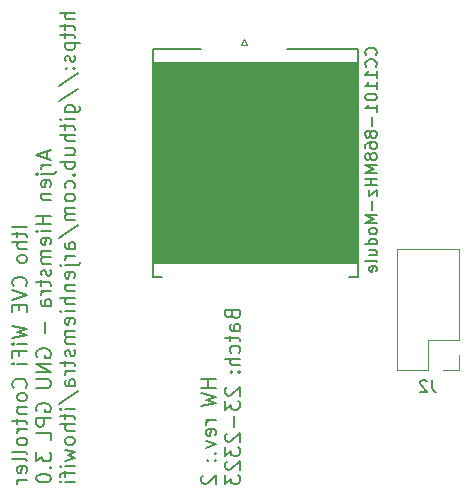
<source format=gbo>
G04 #@! TF.GenerationSoftware,KiCad,Pcbnew,(7.0.0-0)*
G04 #@! TF.CreationDate,2023-06-06T22:29:37+02:00*
G04 #@! TF.ProjectId,ithowifi_4l,6974686f-7769-4666-995f-346c2e6b6963,rev?*
G04 #@! TF.SameCoordinates,Original*
G04 #@! TF.FileFunction,Legend,Bot*
G04 #@! TF.FilePolarity,Positive*
%FSLAX46Y46*%
G04 Gerber Fmt 4.6, Leading zero omitted, Abs format (unit mm)*
G04 Created by KiCad (PCBNEW (7.0.0-0)) date 2023-06-06 22:29:37*
%MOMM*%
%LPD*%
G01*
G04 APERTURE LIST*
%ADD10C,0.100000*%
%ADD11C,0.200000*%
%ADD12C,0.150000*%
%ADD13C,0.120000*%
G04 APERTURE END LIST*
D10*
G36*
X114808000Y-129997200D02*
G01*
X97561400Y-129997200D01*
X97536000Y-113030000D01*
X114808000Y-113030000D01*
X114808000Y-129997200D01*
G37*
X114808000Y-129997200D02*
X97561400Y-129997200D01*
X97536000Y-113030000D01*
X114808000Y-113030000D01*
X114808000Y-129997200D01*
D11*
X86831236Y-126961869D02*
X85585236Y-126961869D01*
X86000570Y-127377202D02*
X86000570Y-127851869D01*
X85585236Y-127555202D02*
X86653236Y-127555202D01*
X86653236Y-127555202D02*
X86771903Y-127614536D01*
X86771903Y-127614536D02*
X86831236Y-127733202D01*
X86831236Y-127733202D02*
X86831236Y-127851869D01*
X86831236Y-128267202D02*
X85585236Y-128267202D01*
X86831236Y-128801202D02*
X86178570Y-128801202D01*
X86178570Y-128801202D02*
X86059903Y-128741869D01*
X86059903Y-128741869D02*
X86000570Y-128623202D01*
X86000570Y-128623202D02*
X86000570Y-128445202D01*
X86000570Y-128445202D02*
X86059903Y-128326536D01*
X86059903Y-128326536D02*
X86119236Y-128267202D01*
X86831236Y-129572535D02*
X86771903Y-129453869D01*
X86771903Y-129453869D02*
X86712570Y-129394535D01*
X86712570Y-129394535D02*
X86593903Y-129335202D01*
X86593903Y-129335202D02*
X86237903Y-129335202D01*
X86237903Y-129335202D02*
X86119236Y-129394535D01*
X86119236Y-129394535D02*
X86059903Y-129453869D01*
X86059903Y-129453869D02*
X86000570Y-129572535D01*
X86000570Y-129572535D02*
X86000570Y-129750535D01*
X86000570Y-129750535D02*
X86059903Y-129869202D01*
X86059903Y-129869202D02*
X86119236Y-129928535D01*
X86119236Y-129928535D02*
X86237903Y-129987869D01*
X86237903Y-129987869D02*
X86593903Y-129987869D01*
X86593903Y-129987869D02*
X86712570Y-129928535D01*
X86712570Y-129928535D02*
X86771903Y-129869202D01*
X86771903Y-129869202D02*
X86831236Y-129750535D01*
X86831236Y-129750535D02*
X86831236Y-129572535D01*
X86712570Y-131981468D02*
X86771903Y-131922135D01*
X86771903Y-131922135D02*
X86831236Y-131744135D01*
X86831236Y-131744135D02*
X86831236Y-131625468D01*
X86831236Y-131625468D02*
X86771903Y-131447468D01*
X86771903Y-131447468D02*
X86653236Y-131328802D01*
X86653236Y-131328802D02*
X86534570Y-131269468D01*
X86534570Y-131269468D02*
X86297236Y-131210135D01*
X86297236Y-131210135D02*
X86119236Y-131210135D01*
X86119236Y-131210135D02*
X85881903Y-131269468D01*
X85881903Y-131269468D02*
X85763236Y-131328802D01*
X85763236Y-131328802D02*
X85644570Y-131447468D01*
X85644570Y-131447468D02*
X85585236Y-131625468D01*
X85585236Y-131625468D02*
X85585236Y-131744135D01*
X85585236Y-131744135D02*
X85644570Y-131922135D01*
X85644570Y-131922135D02*
X85703903Y-131981468D01*
X85585236Y-132337468D02*
X86831236Y-132752802D01*
X86831236Y-132752802D02*
X85585236Y-133168135D01*
X86178570Y-133583468D02*
X86178570Y-133998802D01*
X86831236Y-134176802D02*
X86831236Y-133583468D01*
X86831236Y-133583468D02*
X85585236Y-133583468D01*
X85585236Y-133583468D02*
X85585236Y-134176802D01*
X85585236Y-135339735D02*
X86831236Y-135636401D01*
X86831236Y-135636401D02*
X85941236Y-135873735D01*
X85941236Y-135873735D02*
X86831236Y-136111068D01*
X86831236Y-136111068D02*
X85585236Y-136407735D01*
X86831236Y-136882401D02*
X86000570Y-136882401D01*
X85585236Y-136882401D02*
X85644570Y-136823068D01*
X85644570Y-136823068D02*
X85703903Y-136882401D01*
X85703903Y-136882401D02*
X85644570Y-136941735D01*
X85644570Y-136941735D02*
X85585236Y-136882401D01*
X85585236Y-136882401D02*
X85703903Y-136882401D01*
X86178570Y-137891068D02*
X86178570Y-137475734D01*
X86831236Y-137475734D02*
X85585236Y-137475734D01*
X85585236Y-137475734D02*
X85585236Y-138069068D01*
X86831236Y-138543734D02*
X86000570Y-138543734D01*
X85585236Y-138543734D02*
X85644570Y-138484401D01*
X85644570Y-138484401D02*
X85703903Y-138543734D01*
X85703903Y-138543734D02*
X85644570Y-138603068D01*
X85644570Y-138603068D02*
X85585236Y-138543734D01*
X85585236Y-138543734D02*
X85703903Y-138543734D01*
X86712570Y-140596667D02*
X86771903Y-140537334D01*
X86771903Y-140537334D02*
X86831236Y-140359334D01*
X86831236Y-140359334D02*
X86831236Y-140240667D01*
X86831236Y-140240667D02*
X86771903Y-140062667D01*
X86771903Y-140062667D02*
X86653236Y-139944001D01*
X86653236Y-139944001D02*
X86534570Y-139884667D01*
X86534570Y-139884667D02*
X86297236Y-139825334D01*
X86297236Y-139825334D02*
X86119236Y-139825334D01*
X86119236Y-139825334D02*
X85881903Y-139884667D01*
X85881903Y-139884667D02*
X85763236Y-139944001D01*
X85763236Y-139944001D02*
X85644570Y-140062667D01*
X85644570Y-140062667D02*
X85585236Y-140240667D01*
X85585236Y-140240667D02*
X85585236Y-140359334D01*
X85585236Y-140359334D02*
X85644570Y-140537334D01*
X85644570Y-140537334D02*
X85703903Y-140596667D01*
X86831236Y-141308667D02*
X86771903Y-141190001D01*
X86771903Y-141190001D02*
X86712570Y-141130667D01*
X86712570Y-141130667D02*
X86593903Y-141071334D01*
X86593903Y-141071334D02*
X86237903Y-141071334D01*
X86237903Y-141071334D02*
X86119236Y-141130667D01*
X86119236Y-141130667D02*
X86059903Y-141190001D01*
X86059903Y-141190001D02*
X86000570Y-141308667D01*
X86000570Y-141308667D02*
X86000570Y-141486667D01*
X86000570Y-141486667D02*
X86059903Y-141605334D01*
X86059903Y-141605334D02*
X86119236Y-141664667D01*
X86119236Y-141664667D02*
X86237903Y-141724001D01*
X86237903Y-141724001D02*
X86593903Y-141724001D01*
X86593903Y-141724001D02*
X86712570Y-141664667D01*
X86712570Y-141664667D02*
X86771903Y-141605334D01*
X86771903Y-141605334D02*
X86831236Y-141486667D01*
X86831236Y-141486667D02*
X86831236Y-141308667D01*
X86000570Y-142258000D02*
X86831236Y-142258000D01*
X86119236Y-142258000D02*
X86059903Y-142317334D01*
X86059903Y-142317334D02*
X86000570Y-142436000D01*
X86000570Y-142436000D02*
X86000570Y-142614000D01*
X86000570Y-142614000D02*
X86059903Y-142732667D01*
X86059903Y-142732667D02*
X86178570Y-142792000D01*
X86178570Y-142792000D02*
X86831236Y-142792000D01*
X86000570Y-143207333D02*
X86000570Y-143682000D01*
X85585236Y-143385333D02*
X86653236Y-143385333D01*
X86653236Y-143385333D02*
X86771903Y-143444667D01*
X86771903Y-143444667D02*
X86831236Y-143563333D01*
X86831236Y-143563333D02*
X86831236Y-143682000D01*
X86831236Y-144097333D02*
X86000570Y-144097333D01*
X86237903Y-144097333D02*
X86119236Y-144156667D01*
X86119236Y-144156667D02*
X86059903Y-144216000D01*
X86059903Y-144216000D02*
X86000570Y-144334667D01*
X86000570Y-144334667D02*
X86000570Y-144453333D01*
X86831236Y-145046666D02*
X86771903Y-144928000D01*
X86771903Y-144928000D02*
X86712570Y-144868666D01*
X86712570Y-144868666D02*
X86593903Y-144809333D01*
X86593903Y-144809333D02*
X86237903Y-144809333D01*
X86237903Y-144809333D02*
X86119236Y-144868666D01*
X86119236Y-144868666D02*
X86059903Y-144928000D01*
X86059903Y-144928000D02*
X86000570Y-145046666D01*
X86000570Y-145046666D02*
X86000570Y-145224666D01*
X86000570Y-145224666D02*
X86059903Y-145343333D01*
X86059903Y-145343333D02*
X86119236Y-145402666D01*
X86119236Y-145402666D02*
X86237903Y-145462000D01*
X86237903Y-145462000D02*
X86593903Y-145462000D01*
X86593903Y-145462000D02*
X86712570Y-145402666D01*
X86712570Y-145402666D02*
X86771903Y-145343333D01*
X86771903Y-145343333D02*
X86831236Y-145224666D01*
X86831236Y-145224666D02*
X86831236Y-145046666D01*
X86831236Y-146173999D02*
X86771903Y-146055333D01*
X86771903Y-146055333D02*
X86653236Y-145995999D01*
X86653236Y-145995999D02*
X85585236Y-145995999D01*
X86831236Y-146826666D02*
X86771903Y-146708000D01*
X86771903Y-146708000D02*
X86653236Y-146648666D01*
X86653236Y-146648666D02*
X85585236Y-146648666D01*
X86771903Y-147776000D02*
X86831236Y-147657333D01*
X86831236Y-147657333D02*
X86831236Y-147420000D01*
X86831236Y-147420000D02*
X86771903Y-147301333D01*
X86771903Y-147301333D02*
X86653236Y-147242000D01*
X86653236Y-147242000D02*
X86178570Y-147242000D01*
X86178570Y-147242000D02*
X86059903Y-147301333D01*
X86059903Y-147301333D02*
X86000570Y-147420000D01*
X86000570Y-147420000D02*
X86000570Y-147657333D01*
X86000570Y-147657333D02*
X86059903Y-147776000D01*
X86059903Y-147776000D02*
X86178570Y-147835333D01*
X86178570Y-147835333D02*
X86297236Y-147835333D01*
X86297236Y-147835333D02*
X86415903Y-147242000D01*
X86831236Y-148369333D02*
X86000570Y-148369333D01*
X86237903Y-148369333D02*
X86119236Y-148428667D01*
X86119236Y-148428667D02*
X86059903Y-148488000D01*
X86059903Y-148488000D02*
X86000570Y-148606667D01*
X86000570Y-148606667D02*
X86000570Y-148725333D01*
X88493756Y-120601335D02*
X88493756Y-121194668D01*
X88849756Y-120482668D02*
X87603756Y-120898002D01*
X87603756Y-120898002D02*
X88849756Y-121313335D01*
X88849756Y-121728668D02*
X88019090Y-121728668D01*
X88256423Y-121728668D02*
X88137756Y-121788002D01*
X88137756Y-121788002D02*
X88078423Y-121847335D01*
X88078423Y-121847335D02*
X88019090Y-121966002D01*
X88019090Y-121966002D02*
X88019090Y-122084668D01*
X88019090Y-122500001D02*
X89087090Y-122500001D01*
X89087090Y-122500001D02*
X89205756Y-122440668D01*
X89205756Y-122440668D02*
X89265090Y-122322001D01*
X89265090Y-122322001D02*
X89265090Y-122262668D01*
X87603756Y-122500001D02*
X87663090Y-122440668D01*
X87663090Y-122440668D02*
X87722423Y-122500001D01*
X87722423Y-122500001D02*
X87663090Y-122559335D01*
X87663090Y-122559335D02*
X87603756Y-122500001D01*
X87603756Y-122500001D02*
X87722423Y-122500001D01*
X88790423Y-123568001D02*
X88849756Y-123449334D01*
X88849756Y-123449334D02*
X88849756Y-123212001D01*
X88849756Y-123212001D02*
X88790423Y-123093334D01*
X88790423Y-123093334D02*
X88671756Y-123034001D01*
X88671756Y-123034001D02*
X88197090Y-123034001D01*
X88197090Y-123034001D02*
X88078423Y-123093334D01*
X88078423Y-123093334D02*
X88019090Y-123212001D01*
X88019090Y-123212001D02*
X88019090Y-123449334D01*
X88019090Y-123449334D02*
X88078423Y-123568001D01*
X88078423Y-123568001D02*
X88197090Y-123627334D01*
X88197090Y-123627334D02*
X88315756Y-123627334D01*
X88315756Y-123627334D02*
X88434423Y-123034001D01*
X88019090Y-124161334D02*
X88849756Y-124161334D01*
X88137756Y-124161334D02*
X88078423Y-124220668D01*
X88078423Y-124220668D02*
X88019090Y-124339334D01*
X88019090Y-124339334D02*
X88019090Y-124517334D01*
X88019090Y-124517334D02*
X88078423Y-124636001D01*
X88078423Y-124636001D02*
X88197090Y-124695334D01*
X88197090Y-124695334D02*
X88849756Y-124695334D01*
X88849756Y-126036267D02*
X87603756Y-126036267D01*
X88197090Y-126036267D02*
X88197090Y-126748267D01*
X88849756Y-126748267D02*
X87603756Y-126748267D01*
X88849756Y-127341600D02*
X88019090Y-127341600D01*
X87603756Y-127341600D02*
X87663090Y-127282267D01*
X87663090Y-127282267D02*
X87722423Y-127341600D01*
X87722423Y-127341600D02*
X87663090Y-127400934D01*
X87663090Y-127400934D02*
X87603756Y-127341600D01*
X87603756Y-127341600D02*
X87722423Y-127341600D01*
X88790423Y-128409600D02*
X88849756Y-128290933D01*
X88849756Y-128290933D02*
X88849756Y-128053600D01*
X88849756Y-128053600D02*
X88790423Y-127934933D01*
X88790423Y-127934933D02*
X88671756Y-127875600D01*
X88671756Y-127875600D02*
X88197090Y-127875600D01*
X88197090Y-127875600D02*
X88078423Y-127934933D01*
X88078423Y-127934933D02*
X88019090Y-128053600D01*
X88019090Y-128053600D02*
X88019090Y-128290933D01*
X88019090Y-128290933D02*
X88078423Y-128409600D01*
X88078423Y-128409600D02*
X88197090Y-128468933D01*
X88197090Y-128468933D02*
X88315756Y-128468933D01*
X88315756Y-128468933D02*
X88434423Y-127875600D01*
X88849756Y-129002933D02*
X88019090Y-129002933D01*
X88137756Y-129002933D02*
X88078423Y-129062267D01*
X88078423Y-129062267D02*
X88019090Y-129180933D01*
X88019090Y-129180933D02*
X88019090Y-129358933D01*
X88019090Y-129358933D02*
X88078423Y-129477600D01*
X88078423Y-129477600D02*
X88197090Y-129536933D01*
X88197090Y-129536933D02*
X88849756Y-129536933D01*
X88197090Y-129536933D02*
X88078423Y-129596267D01*
X88078423Y-129596267D02*
X88019090Y-129714933D01*
X88019090Y-129714933D02*
X88019090Y-129892933D01*
X88019090Y-129892933D02*
X88078423Y-130011600D01*
X88078423Y-130011600D02*
X88197090Y-130070933D01*
X88197090Y-130070933D02*
X88849756Y-130070933D01*
X88790423Y-130604933D02*
X88849756Y-130723600D01*
X88849756Y-130723600D02*
X88849756Y-130960933D01*
X88849756Y-130960933D02*
X88790423Y-131079600D01*
X88790423Y-131079600D02*
X88671756Y-131138933D01*
X88671756Y-131138933D02*
X88612423Y-131138933D01*
X88612423Y-131138933D02*
X88493756Y-131079600D01*
X88493756Y-131079600D02*
X88434423Y-130960933D01*
X88434423Y-130960933D02*
X88434423Y-130782933D01*
X88434423Y-130782933D02*
X88375090Y-130664266D01*
X88375090Y-130664266D02*
X88256423Y-130604933D01*
X88256423Y-130604933D02*
X88197090Y-130604933D01*
X88197090Y-130604933D02*
X88078423Y-130664266D01*
X88078423Y-130664266D02*
X88019090Y-130782933D01*
X88019090Y-130782933D02*
X88019090Y-130960933D01*
X88019090Y-130960933D02*
X88078423Y-131079600D01*
X88019090Y-131494933D02*
X88019090Y-131969600D01*
X87603756Y-131672933D02*
X88671756Y-131672933D01*
X88671756Y-131672933D02*
X88790423Y-131732267D01*
X88790423Y-131732267D02*
X88849756Y-131850933D01*
X88849756Y-131850933D02*
X88849756Y-131969600D01*
X88849756Y-132384933D02*
X88019090Y-132384933D01*
X88256423Y-132384933D02*
X88137756Y-132444267D01*
X88137756Y-132444267D02*
X88078423Y-132503600D01*
X88078423Y-132503600D02*
X88019090Y-132622267D01*
X88019090Y-132622267D02*
X88019090Y-132740933D01*
X88849756Y-133690266D02*
X88197090Y-133690266D01*
X88197090Y-133690266D02*
X88078423Y-133630933D01*
X88078423Y-133630933D02*
X88019090Y-133512266D01*
X88019090Y-133512266D02*
X88019090Y-133274933D01*
X88019090Y-133274933D02*
X88078423Y-133156266D01*
X88790423Y-133690266D02*
X88849756Y-133571600D01*
X88849756Y-133571600D02*
X88849756Y-133274933D01*
X88849756Y-133274933D02*
X88790423Y-133156266D01*
X88790423Y-133156266D02*
X88671756Y-133096933D01*
X88671756Y-133096933D02*
X88553090Y-133096933D01*
X88553090Y-133096933D02*
X88434423Y-133156266D01*
X88434423Y-133156266D02*
X88375090Y-133274933D01*
X88375090Y-133274933D02*
X88375090Y-133571600D01*
X88375090Y-133571600D02*
X88315756Y-133690266D01*
X88375090Y-135031199D02*
X88375090Y-135980533D01*
X87663090Y-137974133D02*
X87603756Y-137855466D01*
X87603756Y-137855466D02*
X87603756Y-137677466D01*
X87603756Y-137677466D02*
X87663090Y-137499466D01*
X87663090Y-137499466D02*
X87781756Y-137380800D01*
X87781756Y-137380800D02*
X87900423Y-137321466D01*
X87900423Y-137321466D02*
X88137756Y-137262133D01*
X88137756Y-137262133D02*
X88315756Y-137262133D01*
X88315756Y-137262133D02*
X88553090Y-137321466D01*
X88553090Y-137321466D02*
X88671756Y-137380800D01*
X88671756Y-137380800D02*
X88790423Y-137499466D01*
X88790423Y-137499466D02*
X88849756Y-137677466D01*
X88849756Y-137677466D02*
X88849756Y-137796133D01*
X88849756Y-137796133D02*
X88790423Y-137974133D01*
X88790423Y-137974133D02*
X88731090Y-138033466D01*
X88731090Y-138033466D02*
X88315756Y-138033466D01*
X88315756Y-138033466D02*
X88315756Y-137796133D01*
X88849756Y-138567466D02*
X87603756Y-138567466D01*
X87603756Y-138567466D02*
X88849756Y-139279466D01*
X88849756Y-139279466D02*
X87603756Y-139279466D01*
X87603756Y-139872799D02*
X88612423Y-139872799D01*
X88612423Y-139872799D02*
X88731090Y-139932133D01*
X88731090Y-139932133D02*
X88790423Y-139991466D01*
X88790423Y-139991466D02*
X88849756Y-140110133D01*
X88849756Y-140110133D02*
X88849756Y-140347466D01*
X88849756Y-140347466D02*
X88790423Y-140466133D01*
X88790423Y-140466133D02*
X88731090Y-140525466D01*
X88731090Y-140525466D02*
X88612423Y-140584799D01*
X88612423Y-140584799D02*
X87603756Y-140584799D01*
X87663090Y-142578399D02*
X87603756Y-142459732D01*
X87603756Y-142459732D02*
X87603756Y-142281732D01*
X87603756Y-142281732D02*
X87663090Y-142103732D01*
X87663090Y-142103732D02*
X87781756Y-141985066D01*
X87781756Y-141985066D02*
X87900423Y-141925732D01*
X87900423Y-141925732D02*
X88137756Y-141866399D01*
X88137756Y-141866399D02*
X88315756Y-141866399D01*
X88315756Y-141866399D02*
X88553090Y-141925732D01*
X88553090Y-141925732D02*
X88671756Y-141985066D01*
X88671756Y-141985066D02*
X88790423Y-142103732D01*
X88790423Y-142103732D02*
X88849756Y-142281732D01*
X88849756Y-142281732D02*
X88849756Y-142400399D01*
X88849756Y-142400399D02*
X88790423Y-142578399D01*
X88790423Y-142578399D02*
X88731090Y-142637732D01*
X88731090Y-142637732D02*
X88315756Y-142637732D01*
X88315756Y-142637732D02*
X88315756Y-142400399D01*
X88849756Y-143171732D02*
X87603756Y-143171732D01*
X87603756Y-143171732D02*
X87603756Y-143646399D01*
X87603756Y-143646399D02*
X87663090Y-143765066D01*
X87663090Y-143765066D02*
X87722423Y-143824399D01*
X87722423Y-143824399D02*
X87841090Y-143883732D01*
X87841090Y-143883732D02*
X88019090Y-143883732D01*
X88019090Y-143883732D02*
X88137756Y-143824399D01*
X88137756Y-143824399D02*
X88197090Y-143765066D01*
X88197090Y-143765066D02*
X88256423Y-143646399D01*
X88256423Y-143646399D02*
X88256423Y-143171732D01*
X88849756Y-145011066D02*
X88849756Y-144417732D01*
X88849756Y-144417732D02*
X87603756Y-144417732D01*
X87603756Y-146055333D02*
X87603756Y-146826666D01*
X87603756Y-146826666D02*
X88078423Y-146411333D01*
X88078423Y-146411333D02*
X88078423Y-146589333D01*
X88078423Y-146589333D02*
X88137756Y-146707999D01*
X88137756Y-146707999D02*
X88197090Y-146767333D01*
X88197090Y-146767333D02*
X88315756Y-146826666D01*
X88315756Y-146826666D02*
X88612423Y-146826666D01*
X88612423Y-146826666D02*
X88731090Y-146767333D01*
X88731090Y-146767333D02*
X88790423Y-146707999D01*
X88790423Y-146707999D02*
X88849756Y-146589333D01*
X88849756Y-146589333D02*
X88849756Y-146233333D01*
X88849756Y-146233333D02*
X88790423Y-146114666D01*
X88790423Y-146114666D02*
X88731090Y-146055333D01*
X88731090Y-147360666D02*
X88790423Y-147420000D01*
X88790423Y-147420000D02*
X88849756Y-147360666D01*
X88849756Y-147360666D02*
X88790423Y-147301333D01*
X88790423Y-147301333D02*
X88731090Y-147360666D01*
X88731090Y-147360666D02*
X88849756Y-147360666D01*
X87603756Y-148191333D02*
X87603756Y-148309999D01*
X87603756Y-148309999D02*
X87663090Y-148428666D01*
X87663090Y-148428666D02*
X87722423Y-148487999D01*
X87722423Y-148487999D02*
X87841090Y-148547333D01*
X87841090Y-148547333D02*
X88078423Y-148606666D01*
X88078423Y-148606666D02*
X88375090Y-148606666D01*
X88375090Y-148606666D02*
X88612423Y-148547333D01*
X88612423Y-148547333D02*
X88731090Y-148487999D01*
X88731090Y-148487999D02*
X88790423Y-148428666D01*
X88790423Y-148428666D02*
X88849756Y-148309999D01*
X88849756Y-148309999D02*
X88849756Y-148191333D01*
X88849756Y-148191333D02*
X88790423Y-148072666D01*
X88790423Y-148072666D02*
X88731090Y-148013333D01*
X88731090Y-148013333D02*
X88612423Y-147953999D01*
X88612423Y-147953999D02*
X88375090Y-147894666D01*
X88375090Y-147894666D02*
X88078423Y-147894666D01*
X88078423Y-147894666D02*
X87841090Y-147953999D01*
X87841090Y-147953999D02*
X87722423Y-148013333D01*
X87722423Y-148013333D02*
X87663090Y-148072666D01*
X87663090Y-148072666D02*
X87603756Y-148191333D01*
X90868276Y-108853342D02*
X89622276Y-108853342D01*
X90868276Y-109387342D02*
X90215610Y-109387342D01*
X90215610Y-109387342D02*
X90096943Y-109328009D01*
X90096943Y-109328009D02*
X90037610Y-109209342D01*
X90037610Y-109209342D02*
X90037610Y-109031342D01*
X90037610Y-109031342D02*
X90096943Y-108912676D01*
X90096943Y-108912676D02*
X90156276Y-108853342D01*
X90037610Y-109802675D02*
X90037610Y-110277342D01*
X89622276Y-109980675D02*
X90690276Y-109980675D01*
X90690276Y-109980675D02*
X90808943Y-110040009D01*
X90808943Y-110040009D02*
X90868276Y-110158675D01*
X90868276Y-110158675D02*
X90868276Y-110277342D01*
X90037610Y-110514675D02*
X90037610Y-110989342D01*
X89622276Y-110692675D02*
X90690276Y-110692675D01*
X90690276Y-110692675D02*
X90808943Y-110752009D01*
X90808943Y-110752009D02*
X90868276Y-110870675D01*
X90868276Y-110870675D02*
X90868276Y-110989342D01*
X90037610Y-111404675D02*
X91283610Y-111404675D01*
X90096943Y-111404675D02*
X90037610Y-111523342D01*
X90037610Y-111523342D02*
X90037610Y-111760675D01*
X90037610Y-111760675D02*
X90096943Y-111879342D01*
X90096943Y-111879342D02*
X90156276Y-111938675D01*
X90156276Y-111938675D02*
X90274943Y-111998009D01*
X90274943Y-111998009D02*
X90630943Y-111998009D01*
X90630943Y-111998009D02*
X90749610Y-111938675D01*
X90749610Y-111938675D02*
X90808943Y-111879342D01*
X90808943Y-111879342D02*
X90868276Y-111760675D01*
X90868276Y-111760675D02*
X90868276Y-111523342D01*
X90868276Y-111523342D02*
X90808943Y-111404675D01*
X90808943Y-112472675D02*
X90868276Y-112591342D01*
X90868276Y-112591342D02*
X90868276Y-112828675D01*
X90868276Y-112828675D02*
X90808943Y-112947342D01*
X90808943Y-112947342D02*
X90690276Y-113006675D01*
X90690276Y-113006675D02*
X90630943Y-113006675D01*
X90630943Y-113006675D02*
X90512276Y-112947342D01*
X90512276Y-112947342D02*
X90452943Y-112828675D01*
X90452943Y-112828675D02*
X90452943Y-112650675D01*
X90452943Y-112650675D02*
X90393610Y-112532008D01*
X90393610Y-112532008D02*
X90274943Y-112472675D01*
X90274943Y-112472675D02*
X90215610Y-112472675D01*
X90215610Y-112472675D02*
X90096943Y-112532008D01*
X90096943Y-112532008D02*
X90037610Y-112650675D01*
X90037610Y-112650675D02*
X90037610Y-112828675D01*
X90037610Y-112828675D02*
X90096943Y-112947342D01*
X90749610Y-113540675D02*
X90808943Y-113600009D01*
X90808943Y-113600009D02*
X90868276Y-113540675D01*
X90868276Y-113540675D02*
X90808943Y-113481342D01*
X90808943Y-113481342D02*
X90749610Y-113540675D01*
X90749610Y-113540675D02*
X90868276Y-113540675D01*
X90096943Y-113540675D02*
X90156276Y-113600009D01*
X90156276Y-113600009D02*
X90215610Y-113540675D01*
X90215610Y-113540675D02*
X90156276Y-113481342D01*
X90156276Y-113481342D02*
X90096943Y-113540675D01*
X90096943Y-113540675D02*
X90215610Y-113540675D01*
X89562943Y-115024008D02*
X91164943Y-113956008D01*
X89562943Y-116329341D02*
X91164943Y-115261341D01*
X90037610Y-117278674D02*
X91046276Y-117278674D01*
X91046276Y-117278674D02*
X91164943Y-117219341D01*
X91164943Y-117219341D02*
X91224276Y-117160008D01*
X91224276Y-117160008D02*
X91283610Y-117041341D01*
X91283610Y-117041341D02*
X91283610Y-116863341D01*
X91283610Y-116863341D02*
X91224276Y-116744674D01*
X90808943Y-117278674D02*
X90868276Y-117160008D01*
X90868276Y-117160008D02*
X90868276Y-116922674D01*
X90868276Y-116922674D02*
X90808943Y-116804008D01*
X90808943Y-116804008D02*
X90749610Y-116744674D01*
X90749610Y-116744674D02*
X90630943Y-116685341D01*
X90630943Y-116685341D02*
X90274943Y-116685341D01*
X90274943Y-116685341D02*
X90156276Y-116744674D01*
X90156276Y-116744674D02*
X90096943Y-116804008D01*
X90096943Y-116804008D02*
X90037610Y-116922674D01*
X90037610Y-116922674D02*
X90037610Y-117160008D01*
X90037610Y-117160008D02*
X90096943Y-117278674D01*
X90868276Y-117872007D02*
X90037610Y-117872007D01*
X89622276Y-117872007D02*
X89681610Y-117812674D01*
X89681610Y-117812674D02*
X89740943Y-117872007D01*
X89740943Y-117872007D02*
X89681610Y-117931341D01*
X89681610Y-117931341D02*
X89622276Y-117872007D01*
X89622276Y-117872007D02*
X89740943Y-117872007D01*
X90037610Y-118287340D02*
X90037610Y-118762007D01*
X89622276Y-118465340D02*
X90690276Y-118465340D01*
X90690276Y-118465340D02*
X90808943Y-118524674D01*
X90808943Y-118524674D02*
X90868276Y-118643340D01*
X90868276Y-118643340D02*
X90868276Y-118762007D01*
X90868276Y-119177340D02*
X89622276Y-119177340D01*
X90868276Y-119711340D02*
X90215610Y-119711340D01*
X90215610Y-119711340D02*
X90096943Y-119652007D01*
X90096943Y-119652007D02*
X90037610Y-119533340D01*
X90037610Y-119533340D02*
X90037610Y-119355340D01*
X90037610Y-119355340D02*
X90096943Y-119236674D01*
X90096943Y-119236674D02*
X90156276Y-119177340D01*
X90037610Y-120838673D02*
X90868276Y-120838673D01*
X90037610Y-120304673D02*
X90690276Y-120304673D01*
X90690276Y-120304673D02*
X90808943Y-120364007D01*
X90808943Y-120364007D02*
X90868276Y-120482673D01*
X90868276Y-120482673D02*
X90868276Y-120660673D01*
X90868276Y-120660673D02*
X90808943Y-120779340D01*
X90808943Y-120779340D02*
X90749610Y-120838673D01*
X90868276Y-121432006D02*
X89622276Y-121432006D01*
X90096943Y-121432006D02*
X90037610Y-121550673D01*
X90037610Y-121550673D02*
X90037610Y-121788006D01*
X90037610Y-121788006D02*
X90096943Y-121906673D01*
X90096943Y-121906673D02*
X90156276Y-121966006D01*
X90156276Y-121966006D02*
X90274943Y-122025340D01*
X90274943Y-122025340D02*
X90630943Y-122025340D01*
X90630943Y-122025340D02*
X90749610Y-121966006D01*
X90749610Y-121966006D02*
X90808943Y-121906673D01*
X90808943Y-121906673D02*
X90868276Y-121788006D01*
X90868276Y-121788006D02*
X90868276Y-121550673D01*
X90868276Y-121550673D02*
X90808943Y-121432006D01*
X90749610Y-122559339D02*
X90808943Y-122618673D01*
X90808943Y-122618673D02*
X90868276Y-122559339D01*
X90868276Y-122559339D02*
X90808943Y-122500006D01*
X90808943Y-122500006D02*
X90749610Y-122559339D01*
X90749610Y-122559339D02*
X90868276Y-122559339D01*
X90808943Y-123686672D02*
X90868276Y-123568006D01*
X90868276Y-123568006D02*
X90868276Y-123330672D01*
X90868276Y-123330672D02*
X90808943Y-123212006D01*
X90808943Y-123212006D02*
X90749610Y-123152672D01*
X90749610Y-123152672D02*
X90630943Y-123093339D01*
X90630943Y-123093339D02*
X90274943Y-123093339D01*
X90274943Y-123093339D02*
X90156276Y-123152672D01*
X90156276Y-123152672D02*
X90096943Y-123212006D01*
X90096943Y-123212006D02*
X90037610Y-123330672D01*
X90037610Y-123330672D02*
X90037610Y-123568006D01*
X90037610Y-123568006D02*
X90096943Y-123686672D01*
X90868276Y-124398672D02*
X90808943Y-124280006D01*
X90808943Y-124280006D02*
X90749610Y-124220672D01*
X90749610Y-124220672D02*
X90630943Y-124161339D01*
X90630943Y-124161339D02*
X90274943Y-124161339D01*
X90274943Y-124161339D02*
X90156276Y-124220672D01*
X90156276Y-124220672D02*
X90096943Y-124280006D01*
X90096943Y-124280006D02*
X90037610Y-124398672D01*
X90037610Y-124398672D02*
X90037610Y-124576672D01*
X90037610Y-124576672D02*
X90096943Y-124695339D01*
X90096943Y-124695339D02*
X90156276Y-124754672D01*
X90156276Y-124754672D02*
X90274943Y-124814006D01*
X90274943Y-124814006D02*
X90630943Y-124814006D01*
X90630943Y-124814006D02*
X90749610Y-124754672D01*
X90749610Y-124754672D02*
X90808943Y-124695339D01*
X90808943Y-124695339D02*
X90868276Y-124576672D01*
X90868276Y-124576672D02*
X90868276Y-124398672D01*
X90868276Y-125348005D02*
X90037610Y-125348005D01*
X90156276Y-125348005D02*
X90096943Y-125407339D01*
X90096943Y-125407339D02*
X90037610Y-125526005D01*
X90037610Y-125526005D02*
X90037610Y-125704005D01*
X90037610Y-125704005D02*
X90096943Y-125822672D01*
X90096943Y-125822672D02*
X90215610Y-125882005D01*
X90215610Y-125882005D02*
X90868276Y-125882005D01*
X90215610Y-125882005D02*
X90096943Y-125941339D01*
X90096943Y-125941339D02*
X90037610Y-126060005D01*
X90037610Y-126060005D02*
X90037610Y-126238005D01*
X90037610Y-126238005D02*
X90096943Y-126356672D01*
X90096943Y-126356672D02*
X90215610Y-126416005D01*
X90215610Y-126416005D02*
X90868276Y-126416005D01*
X89562943Y-127899338D02*
X91164943Y-126831338D01*
X90868276Y-128848671D02*
X90215610Y-128848671D01*
X90215610Y-128848671D02*
X90096943Y-128789338D01*
X90096943Y-128789338D02*
X90037610Y-128670671D01*
X90037610Y-128670671D02*
X90037610Y-128433338D01*
X90037610Y-128433338D02*
X90096943Y-128314671D01*
X90808943Y-128848671D02*
X90868276Y-128730005D01*
X90868276Y-128730005D02*
X90868276Y-128433338D01*
X90868276Y-128433338D02*
X90808943Y-128314671D01*
X90808943Y-128314671D02*
X90690276Y-128255338D01*
X90690276Y-128255338D02*
X90571610Y-128255338D01*
X90571610Y-128255338D02*
X90452943Y-128314671D01*
X90452943Y-128314671D02*
X90393610Y-128433338D01*
X90393610Y-128433338D02*
X90393610Y-128730005D01*
X90393610Y-128730005D02*
X90334276Y-128848671D01*
X90868276Y-129442004D02*
X90037610Y-129442004D01*
X90274943Y-129442004D02*
X90156276Y-129501338D01*
X90156276Y-129501338D02*
X90096943Y-129560671D01*
X90096943Y-129560671D02*
X90037610Y-129679338D01*
X90037610Y-129679338D02*
X90037610Y-129798004D01*
X90037610Y-130213337D02*
X91105610Y-130213337D01*
X91105610Y-130213337D02*
X91224276Y-130154004D01*
X91224276Y-130154004D02*
X91283610Y-130035337D01*
X91283610Y-130035337D02*
X91283610Y-129976004D01*
X89622276Y-130213337D02*
X89681610Y-130154004D01*
X89681610Y-130154004D02*
X89740943Y-130213337D01*
X89740943Y-130213337D02*
X89681610Y-130272671D01*
X89681610Y-130272671D02*
X89622276Y-130213337D01*
X89622276Y-130213337D02*
X89740943Y-130213337D01*
X90808943Y-131281337D02*
X90868276Y-131162670D01*
X90868276Y-131162670D02*
X90868276Y-130925337D01*
X90868276Y-130925337D02*
X90808943Y-130806670D01*
X90808943Y-130806670D02*
X90690276Y-130747337D01*
X90690276Y-130747337D02*
X90215610Y-130747337D01*
X90215610Y-130747337D02*
X90096943Y-130806670D01*
X90096943Y-130806670D02*
X90037610Y-130925337D01*
X90037610Y-130925337D02*
X90037610Y-131162670D01*
X90037610Y-131162670D02*
X90096943Y-131281337D01*
X90096943Y-131281337D02*
X90215610Y-131340670D01*
X90215610Y-131340670D02*
X90334276Y-131340670D01*
X90334276Y-131340670D02*
X90452943Y-130747337D01*
X90037610Y-131874670D02*
X90868276Y-131874670D01*
X90156276Y-131874670D02*
X90096943Y-131934004D01*
X90096943Y-131934004D02*
X90037610Y-132052670D01*
X90037610Y-132052670D02*
X90037610Y-132230670D01*
X90037610Y-132230670D02*
X90096943Y-132349337D01*
X90096943Y-132349337D02*
X90215610Y-132408670D01*
X90215610Y-132408670D02*
X90868276Y-132408670D01*
X90868276Y-133002003D02*
X89622276Y-133002003D01*
X90868276Y-133536003D02*
X90215610Y-133536003D01*
X90215610Y-133536003D02*
X90096943Y-133476670D01*
X90096943Y-133476670D02*
X90037610Y-133358003D01*
X90037610Y-133358003D02*
X90037610Y-133180003D01*
X90037610Y-133180003D02*
X90096943Y-133061337D01*
X90096943Y-133061337D02*
X90156276Y-133002003D01*
X90868276Y-134129336D02*
X90037610Y-134129336D01*
X89622276Y-134129336D02*
X89681610Y-134070003D01*
X89681610Y-134070003D02*
X89740943Y-134129336D01*
X89740943Y-134129336D02*
X89681610Y-134188670D01*
X89681610Y-134188670D02*
X89622276Y-134129336D01*
X89622276Y-134129336D02*
X89740943Y-134129336D01*
X90808943Y-135197336D02*
X90868276Y-135078669D01*
X90868276Y-135078669D02*
X90868276Y-134841336D01*
X90868276Y-134841336D02*
X90808943Y-134722669D01*
X90808943Y-134722669D02*
X90690276Y-134663336D01*
X90690276Y-134663336D02*
X90215610Y-134663336D01*
X90215610Y-134663336D02*
X90096943Y-134722669D01*
X90096943Y-134722669D02*
X90037610Y-134841336D01*
X90037610Y-134841336D02*
X90037610Y-135078669D01*
X90037610Y-135078669D02*
X90096943Y-135197336D01*
X90096943Y-135197336D02*
X90215610Y-135256669D01*
X90215610Y-135256669D02*
X90334276Y-135256669D01*
X90334276Y-135256669D02*
X90452943Y-134663336D01*
X90868276Y-135790669D02*
X90037610Y-135790669D01*
X90156276Y-135790669D02*
X90096943Y-135850003D01*
X90096943Y-135850003D02*
X90037610Y-135968669D01*
X90037610Y-135968669D02*
X90037610Y-136146669D01*
X90037610Y-136146669D02*
X90096943Y-136265336D01*
X90096943Y-136265336D02*
X90215610Y-136324669D01*
X90215610Y-136324669D02*
X90868276Y-136324669D01*
X90215610Y-136324669D02*
X90096943Y-136384003D01*
X90096943Y-136384003D02*
X90037610Y-136502669D01*
X90037610Y-136502669D02*
X90037610Y-136680669D01*
X90037610Y-136680669D02*
X90096943Y-136799336D01*
X90096943Y-136799336D02*
X90215610Y-136858669D01*
X90215610Y-136858669D02*
X90868276Y-136858669D01*
X90808943Y-137392669D02*
X90868276Y-137511336D01*
X90868276Y-137511336D02*
X90868276Y-137748669D01*
X90868276Y-137748669D02*
X90808943Y-137867336D01*
X90808943Y-137867336D02*
X90690276Y-137926669D01*
X90690276Y-137926669D02*
X90630943Y-137926669D01*
X90630943Y-137926669D02*
X90512276Y-137867336D01*
X90512276Y-137867336D02*
X90452943Y-137748669D01*
X90452943Y-137748669D02*
X90452943Y-137570669D01*
X90452943Y-137570669D02*
X90393610Y-137452002D01*
X90393610Y-137452002D02*
X90274943Y-137392669D01*
X90274943Y-137392669D02*
X90215610Y-137392669D01*
X90215610Y-137392669D02*
X90096943Y-137452002D01*
X90096943Y-137452002D02*
X90037610Y-137570669D01*
X90037610Y-137570669D02*
X90037610Y-137748669D01*
X90037610Y-137748669D02*
X90096943Y-137867336D01*
X90037610Y-138282669D02*
X90037610Y-138757336D01*
X89622276Y-138460669D02*
X90690276Y-138460669D01*
X90690276Y-138460669D02*
X90808943Y-138520003D01*
X90808943Y-138520003D02*
X90868276Y-138638669D01*
X90868276Y-138638669D02*
X90868276Y-138757336D01*
X90868276Y-139172669D02*
X90037610Y-139172669D01*
X90274943Y-139172669D02*
X90156276Y-139232003D01*
X90156276Y-139232003D02*
X90096943Y-139291336D01*
X90096943Y-139291336D02*
X90037610Y-139410003D01*
X90037610Y-139410003D02*
X90037610Y-139528669D01*
X90868276Y-140478002D02*
X90215610Y-140478002D01*
X90215610Y-140478002D02*
X90096943Y-140418669D01*
X90096943Y-140418669D02*
X90037610Y-140300002D01*
X90037610Y-140300002D02*
X90037610Y-140062669D01*
X90037610Y-140062669D02*
X90096943Y-139944002D01*
X90808943Y-140478002D02*
X90868276Y-140359336D01*
X90868276Y-140359336D02*
X90868276Y-140062669D01*
X90868276Y-140062669D02*
X90808943Y-139944002D01*
X90808943Y-139944002D02*
X90690276Y-139884669D01*
X90690276Y-139884669D02*
X90571610Y-139884669D01*
X90571610Y-139884669D02*
X90452943Y-139944002D01*
X90452943Y-139944002D02*
X90393610Y-140062669D01*
X90393610Y-140062669D02*
X90393610Y-140359336D01*
X90393610Y-140359336D02*
X90334276Y-140478002D01*
X89562943Y-141961335D02*
X91164943Y-140893335D01*
X90868276Y-142376668D02*
X90037610Y-142376668D01*
X89622276Y-142376668D02*
X89681610Y-142317335D01*
X89681610Y-142317335D02*
X89740943Y-142376668D01*
X89740943Y-142376668D02*
X89681610Y-142436002D01*
X89681610Y-142436002D02*
X89622276Y-142376668D01*
X89622276Y-142376668D02*
X89740943Y-142376668D01*
X90037610Y-142792001D02*
X90037610Y-143266668D01*
X89622276Y-142970001D02*
X90690276Y-142970001D01*
X90690276Y-142970001D02*
X90808943Y-143029335D01*
X90808943Y-143029335D02*
X90868276Y-143148001D01*
X90868276Y-143148001D02*
X90868276Y-143266668D01*
X90868276Y-143682001D02*
X89622276Y-143682001D01*
X90868276Y-144216001D02*
X90215610Y-144216001D01*
X90215610Y-144216001D02*
X90096943Y-144156668D01*
X90096943Y-144156668D02*
X90037610Y-144038001D01*
X90037610Y-144038001D02*
X90037610Y-143860001D01*
X90037610Y-143860001D02*
X90096943Y-143741335D01*
X90096943Y-143741335D02*
X90156276Y-143682001D01*
X90868276Y-144987334D02*
X90808943Y-144868668D01*
X90808943Y-144868668D02*
X90749610Y-144809334D01*
X90749610Y-144809334D02*
X90630943Y-144750001D01*
X90630943Y-144750001D02*
X90274943Y-144750001D01*
X90274943Y-144750001D02*
X90156276Y-144809334D01*
X90156276Y-144809334D02*
X90096943Y-144868668D01*
X90096943Y-144868668D02*
X90037610Y-144987334D01*
X90037610Y-144987334D02*
X90037610Y-145165334D01*
X90037610Y-145165334D02*
X90096943Y-145284001D01*
X90096943Y-145284001D02*
X90156276Y-145343334D01*
X90156276Y-145343334D02*
X90274943Y-145402668D01*
X90274943Y-145402668D02*
X90630943Y-145402668D01*
X90630943Y-145402668D02*
X90749610Y-145343334D01*
X90749610Y-145343334D02*
X90808943Y-145284001D01*
X90808943Y-145284001D02*
X90868276Y-145165334D01*
X90868276Y-145165334D02*
X90868276Y-144987334D01*
X90037610Y-145818001D02*
X90868276Y-146055334D01*
X90868276Y-146055334D02*
X90274943Y-146292667D01*
X90274943Y-146292667D02*
X90868276Y-146530001D01*
X90868276Y-146530001D02*
X90037610Y-146767334D01*
X90868276Y-147242000D02*
X90037610Y-147242000D01*
X89622276Y-147242000D02*
X89681610Y-147182667D01*
X89681610Y-147182667D02*
X89740943Y-147242000D01*
X89740943Y-147242000D02*
X89681610Y-147301334D01*
X89681610Y-147301334D02*
X89622276Y-147242000D01*
X89622276Y-147242000D02*
X89740943Y-147242000D01*
X90037610Y-147657333D02*
X90037610Y-148132000D01*
X90868276Y-147835333D02*
X89800276Y-147835333D01*
X89800276Y-147835333D02*
X89681610Y-147894667D01*
X89681610Y-147894667D02*
X89622276Y-148013333D01*
X89622276Y-148013333D02*
X89622276Y-148132000D01*
X90868276Y-148547333D02*
X90037610Y-148547333D01*
X89622276Y-148547333D02*
X89681610Y-148488000D01*
X89681610Y-148488000D02*
X89740943Y-148547333D01*
X89740943Y-148547333D02*
X89681610Y-148606667D01*
X89681610Y-148606667D02*
X89622276Y-148547333D01*
X89622276Y-148547333D02*
X89740943Y-148547333D01*
X102826496Y-139881134D02*
X101580496Y-139881134D01*
X102173830Y-139881134D02*
X102173830Y-140593134D01*
X102826496Y-140593134D02*
X101580496Y-140593134D01*
X101580496Y-141067801D02*
X102826496Y-141364467D01*
X102826496Y-141364467D02*
X101936496Y-141601801D01*
X101936496Y-141601801D02*
X102826496Y-141839134D01*
X102826496Y-141839134D02*
X101580496Y-142135801D01*
X102826496Y-143358067D02*
X101995830Y-143358067D01*
X102233163Y-143358067D02*
X102114496Y-143417401D01*
X102114496Y-143417401D02*
X102055163Y-143476734D01*
X102055163Y-143476734D02*
X101995830Y-143595401D01*
X101995830Y-143595401D02*
X101995830Y-143714067D01*
X102767163Y-144604067D02*
X102826496Y-144485400D01*
X102826496Y-144485400D02*
X102826496Y-144248067D01*
X102826496Y-144248067D02*
X102767163Y-144129400D01*
X102767163Y-144129400D02*
X102648496Y-144070067D01*
X102648496Y-144070067D02*
X102173830Y-144070067D01*
X102173830Y-144070067D02*
X102055163Y-144129400D01*
X102055163Y-144129400D02*
X101995830Y-144248067D01*
X101995830Y-144248067D02*
X101995830Y-144485400D01*
X101995830Y-144485400D02*
X102055163Y-144604067D01*
X102055163Y-144604067D02*
X102173830Y-144663400D01*
X102173830Y-144663400D02*
X102292496Y-144663400D01*
X102292496Y-144663400D02*
X102411163Y-144070067D01*
X101995830Y-145078734D02*
X102826496Y-145375400D01*
X102826496Y-145375400D02*
X101995830Y-145672067D01*
X102707830Y-146146733D02*
X102767163Y-146206067D01*
X102767163Y-146206067D02*
X102826496Y-146146733D01*
X102826496Y-146146733D02*
X102767163Y-146087400D01*
X102767163Y-146087400D02*
X102707830Y-146146733D01*
X102707830Y-146146733D02*
X102826496Y-146146733D01*
X102707830Y-146740066D02*
X102767163Y-146799400D01*
X102767163Y-146799400D02*
X102826496Y-146740066D01*
X102826496Y-146740066D02*
X102767163Y-146680733D01*
X102767163Y-146680733D02*
X102707830Y-146740066D01*
X102707830Y-146740066D02*
X102826496Y-146740066D01*
X102055163Y-146740066D02*
X102114496Y-146799400D01*
X102114496Y-146799400D02*
X102173830Y-146740066D01*
X102173830Y-146740066D02*
X102114496Y-146680733D01*
X102114496Y-146680733D02*
X102055163Y-146740066D01*
X102055163Y-146740066D02*
X102173830Y-146740066D01*
X101699163Y-148021666D02*
X101639830Y-148080999D01*
X101639830Y-148080999D02*
X101580496Y-148199666D01*
X101580496Y-148199666D02*
X101580496Y-148496333D01*
X101580496Y-148496333D02*
X101639830Y-148614999D01*
X101639830Y-148614999D02*
X101699163Y-148674333D01*
X101699163Y-148674333D02*
X101817830Y-148733666D01*
X101817830Y-148733666D02*
X101936496Y-148733666D01*
X101936496Y-148733666D02*
X102114496Y-148674333D01*
X102114496Y-148674333D02*
X102826496Y-147962333D01*
X102826496Y-147962333D02*
X102826496Y-148733666D01*
X104192350Y-134398732D02*
X104251683Y-134576732D01*
X104251683Y-134576732D02*
X104311016Y-134636065D01*
X104311016Y-134636065D02*
X104429683Y-134695398D01*
X104429683Y-134695398D02*
X104607683Y-134695398D01*
X104607683Y-134695398D02*
X104726350Y-134636065D01*
X104726350Y-134636065D02*
X104785683Y-134576732D01*
X104785683Y-134576732D02*
X104845016Y-134458065D01*
X104845016Y-134458065D02*
X104845016Y-133983398D01*
X104845016Y-133983398D02*
X103599016Y-133983398D01*
X103599016Y-133983398D02*
X103599016Y-134398732D01*
X103599016Y-134398732D02*
X103658350Y-134517398D01*
X103658350Y-134517398D02*
X103717683Y-134576732D01*
X103717683Y-134576732D02*
X103836350Y-134636065D01*
X103836350Y-134636065D02*
X103955016Y-134636065D01*
X103955016Y-134636065D02*
X104073683Y-134576732D01*
X104073683Y-134576732D02*
X104133016Y-134517398D01*
X104133016Y-134517398D02*
X104192350Y-134398732D01*
X104192350Y-134398732D02*
X104192350Y-133983398D01*
X104845016Y-135763398D02*
X104192350Y-135763398D01*
X104192350Y-135763398D02*
X104073683Y-135704065D01*
X104073683Y-135704065D02*
X104014350Y-135585398D01*
X104014350Y-135585398D02*
X104014350Y-135348065D01*
X104014350Y-135348065D02*
X104073683Y-135229398D01*
X104785683Y-135763398D02*
X104845016Y-135644732D01*
X104845016Y-135644732D02*
X104845016Y-135348065D01*
X104845016Y-135348065D02*
X104785683Y-135229398D01*
X104785683Y-135229398D02*
X104667016Y-135170065D01*
X104667016Y-135170065D02*
X104548350Y-135170065D01*
X104548350Y-135170065D02*
X104429683Y-135229398D01*
X104429683Y-135229398D02*
X104370350Y-135348065D01*
X104370350Y-135348065D02*
X104370350Y-135644732D01*
X104370350Y-135644732D02*
X104311016Y-135763398D01*
X104014350Y-136178731D02*
X104014350Y-136653398D01*
X103599016Y-136356731D02*
X104667016Y-136356731D01*
X104667016Y-136356731D02*
X104785683Y-136416065D01*
X104785683Y-136416065D02*
X104845016Y-136534731D01*
X104845016Y-136534731D02*
X104845016Y-136653398D01*
X104785683Y-137602731D02*
X104845016Y-137484065D01*
X104845016Y-137484065D02*
X104845016Y-137246731D01*
X104845016Y-137246731D02*
X104785683Y-137128065D01*
X104785683Y-137128065D02*
X104726350Y-137068731D01*
X104726350Y-137068731D02*
X104607683Y-137009398D01*
X104607683Y-137009398D02*
X104251683Y-137009398D01*
X104251683Y-137009398D02*
X104133016Y-137068731D01*
X104133016Y-137068731D02*
X104073683Y-137128065D01*
X104073683Y-137128065D02*
X104014350Y-137246731D01*
X104014350Y-137246731D02*
X104014350Y-137484065D01*
X104014350Y-137484065D02*
X104073683Y-137602731D01*
X104845016Y-138136731D02*
X103599016Y-138136731D01*
X104845016Y-138670731D02*
X104192350Y-138670731D01*
X104192350Y-138670731D02*
X104073683Y-138611398D01*
X104073683Y-138611398D02*
X104014350Y-138492731D01*
X104014350Y-138492731D02*
X104014350Y-138314731D01*
X104014350Y-138314731D02*
X104073683Y-138196065D01*
X104073683Y-138196065D02*
X104133016Y-138136731D01*
X104726350Y-139264064D02*
X104785683Y-139323398D01*
X104785683Y-139323398D02*
X104845016Y-139264064D01*
X104845016Y-139264064D02*
X104785683Y-139204731D01*
X104785683Y-139204731D02*
X104726350Y-139264064D01*
X104726350Y-139264064D02*
X104845016Y-139264064D01*
X104073683Y-139264064D02*
X104133016Y-139323398D01*
X104133016Y-139323398D02*
X104192350Y-139264064D01*
X104192350Y-139264064D02*
X104133016Y-139204731D01*
X104133016Y-139204731D02*
X104073683Y-139264064D01*
X104073683Y-139264064D02*
X104192350Y-139264064D01*
X103717683Y-140545664D02*
X103658350Y-140604997D01*
X103658350Y-140604997D02*
X103599016Y-140723664D01*
X103599016Y-140723664D02*
X103599016Y-141020331D01*
X103599016Y-141020331D02*
X103658350Y-141138997D01*
X103658350Y-141138997D02*
X103717683Y-141198331D01*
X103717683Y-141198331D02*
X103836350Y-141257664D01*
X103836350Y-141257664D02*
X103955016Y-141257664D01*
X103955016Y-141257664D02*
X104133016Y-141198331D01*
X104133016Y-141198331D02*
X104845016Y-140486331D01*
X104845016Y-140486331D02*
X104845016Y-141257664D01*
X103599016Y-141672998D02*
X103599016Y-142444331D01*
X103599016Y-142444331D02*
X104073683Y-142028998D01*
X104073683Y-142028998D02*
X104073683Y-142206998D01*
X104073683Y-142206998D02*
X104133016Y-142325664D01*
X104133016Y-142325664D02*
X104192350Y-142384998D01*
X104192350Y-142384998D02*
X104311016Y-142444331D01*
X104311016Y-142444331D02*
X104607683Y-142444331D01*
X104607683Y-142444331D02*
X104726350Y-142384998D01*
X104726350Y-142384998D02*
X104785683Y-142325664D01*
X104785683Y-142325664D02*
X104845016Y-142206998D01*
X104845016Y-142206998D02*
X104845016Y-141850998D01*
X104845016Y-141850998D02*
X104785683Y-141732331D01*
X104785683Y-141732331D02*
X104726350Y-141672998D01*
X104370350Y-142978331D02*
X104370350Y-143927665D01*
X103717683Y-144461665D02*
X103658350Y-144520998D01*
X103658350Y-144520998D02*
X103599016Y-144639665D01*
X103599016Y-144639665D02*
X103599016Y-144936332D01*
X103599016Y-144936332D02*
X103658350Y-145054998D01*
X103658350Y-145054998D02*
X103717683Y-145114332D01*
X103717683Y-145114332D02*
X103836350Y-145173665D01*
X103836350Y-145173665D02*
X103955016Y-145173665D01*
X103955016Y-145173665D02*
X104133016Y-145114332D01*
X104133016Y-145114332D02*
X104845016Y-144402332D01*
X104845016Y-144402332D02*
X104845016Y-145173665D01*
X103599016Y-145588999D02*
X103599016Y-146360332D01*
X103599016Y-146360332D02*
X104073683Y-145944999D01*
X104073683Y-145944999D02*
X104073683Y-146122999D01*
X104073683Y-146122999D02*
X104133016Y-146241665D01*
X104133016Y-146241665D02*
X104192350Y-146300999D01*
X104192350Y-146300999D02*
X104311016Y-146360332D01*
X104311016Y-146360332D02*
X104607683Y-146360332D01*
X104607683Y-146360332D02*
X104726350Y-146300999D01*
X104726350Y-146300999D02*
X104785683Y-146241665D01*
X104785683Y-146241665D02*
X104845016Y-146122999D01*
X104845016Y-146122999D02*
X104845016Y-145766999D01*
X104845016Y-145766999D02*
X104785683Y-145648332D01*
X104785683Y-145648332D02*
X104726350Y-145588999D01*
X103717683Y-146834999D02*
X103658350Y-146894332D01*
X103658350Y-146894332D02*
X103599016Y-147012999D01*
X103599016Y-147012999D02*
X103599016Y-147309666D01*
X103599016Y-147309666D02*
X103658350Y-147428332D01*
X103658350Y-147428332D02*
X103717683Y-147487666D01*
X103717683Y-147487666D02*
X103836350Y-147546999D01*
X103836350Y-147546999D02*
X103955016Y-147546999D01*
X103955016Y-147546999D02*
X104133016Y-147487666D01*
X104133016Y-147487666D02*
X104845016Y-146775666D01*
X104845016Y-146775666D02*
X104845016Y-147546999D01*
X103599016Y-147962333D02*
X103599016Y-148733666D01*
X103599016Y-148733666D02*
X104073683Y-148318333D01*
X104073683Y-148318333D02*
X104073683Y-148496333D01*
X104073683Y-148496333D02*
X104133016Y-148614999D01*
X104133016Y-148614999D02*
X104192350Y-148674333D01*
X104192350Y-148674333D02*
X104311016Y-148733666D01*
X104311016Y-148733666D02*
X104607683Y-148733666D01*
X104607683Y-148733666D02*
X104726350Y-148674333D01*
X104726350Y-148674333D02*
X104785683Y-148614999D01*
X104785683Y-148614999D02*
X104845016Y-148496333D01*
X104845016Y-148496333D02*
X104845016Y-148140333D01*
X104845016Y-148140333D02*
X104785683Y-148021666D01*
X104785683Y-148021666D02*
X104726350Y-147962333D01*
D12*
X121110333Y-139932380D02*
X121110333Y-140646666D01*
X121110333Y-140646666D02*
X121157952Y-140789523D01*
X121157952Y-140789523D02*
X121253190Y-140884761D01*
X121253190Y-140884761D02*
X121396047Y-140932380D01*
X121396047Y-140932380D02*
X121491285Y-140932380D01*
X120681761Y-140027619D02*
X120634142Y-139980000D01*
X120634142Y-139980000D02*
X120538904Y-139932380D01*
X120538904Y-139932380D02*
X120300809Y-139932380D01*
X120300809Y-139932380D02*
X120205571Y-139980000D01*
X120205571Y-139980000D02*
X120157952Y-140027619D01*
X120157952Y-140027619D02*
X120110333Y-140122857D01*
X120110333Y-140122857D02*
X120110333Y-140218095D01*
X120110333Y-140218095D02*
X120157952Y-140360952D01*
X120157952Y-140360952D02*
X120729380Y-140932380D01*
X120729380Y-140932380D02*
X120110333Y-140932380D01*
X116350142Y-112404047D02*
X116397761Y-112356428D01*
X116397761Y-112356428D02*
X116445380Y-112213571D01*
X116445380Y-112213571D02*
X116445380Y-112118333D01*
X116445380Y-112118333D02*
X116397761Y-111975476D01*
X116397761Y-111975476D02*
X116302523Y-111880238D01*
X116302523Y-111880238D02*
X116207285Y-111832619D01*
X116207285Y-111832619D02*
X116016809Y-111785000D01*
X116016809Y-111785000D02*
X115873952Y-111785000D01*
X115873952Y-111785000D02*
X115683476Y-111832619D01*
X115683476Y-111832619D02*
X115588238Y-111880238D01*
X115588238Y-111880238D02*
X115493000Y-111975476D01*
X115493000Y-111975476D02*
X115445380Y-112118333D01*
X115445380Y-112118333D02*
X115445380Y-112213571D01*
X115445380Y-112213571D02*
X115493000Y-112356428D01*
X115493000Y-112356428D02*
X115540619Y-112404047D01*
X116350142Y-113404047D02*
X116397761Y-113356428D01*
X116397761Y-113356428D02*
X116445380Y-113213571D01*
X116445380Y-113213571D02*
X116445380Y-113118333D01*
X116445380Y-113118333D02*
X116397761Y-112975476D01*
X116397761Y-112975476D02*
X116302523Y-112880238D01*
X116302523Y-112880238D02*
X116207285Y-112832619D01*
X116207285Y-112832619D02*
X116016809Y-112785000D01*
X116016809Y-112785000D02*
X115873952Y-112785000D01*
X115873952Y-112785000D02*
X115683476Y-112832619D01*
X115683476Y-112832619D02*
X115588238Y-112880238D01*
X115588238Y-112880238D02*
X115493000Y-112975476D01*
X115493000Y-112975476D02*
X115445380Y-113118333D01*
X115445380Y-113118333D02*
X115445380Y-113213571D01*
X115445380Y-113213571D02*
X115493000Y-113356428D01*
X115493000Y-113356428D02*
X115540619Y-113404047D01*
X116445380Y-114356428D02*
X116445380Y-113785000D01*
X116445380Y-114070714D02*
X115445380Y-114070714D01*
X115445380Y-114070714D02*
X115588238Y-113975476D01*
X115588238Y-113975476D02*
X115683476Y-113880238D01*
X115683476Y-113880238D02*
X115731095Y-113785000D01*
X116445380Y-115308809D02*
X116445380Y-114737381D01*
X116445380Y-115023095D02*
X115445380Y-115023095D01*
X115445380Y-115023095D02*
X115588238Y-114927857D01*
X115588238Y-114927857D02*
X115683476Y-114832619D01*
X115683476Y-114832619D02*
X115731095Y-114737381D01*
X115445380Y-115927857D02*
X115445380Y-116023095D01*
X115445380Y-116023095D02*
X115493000Y-116118333D01*
X115493000Y-116118333D02*
X115540619Y-116165952D01*
X115540619Y-116165952D02*
X115635857Y-116213571D01*
X115635857Y-116213571D02*
X115826333Y-116261190D01*
X115826333Y-116261190D02*
X116064428Y-116261190D01*
X116064428Y-116261190D02*
X116254904Y-116213571D01*
X116254904Y-116213571D02*
X116350142Y-116165952D01*
X116350142Y-116165952D02*
X116397761Y-116118333D01*
X116397761Y-116118333D02*
X116445380Y-116023095D01*
X116445380Y-116023095D02*
X116445380Y-115927857D01*
X116445380Y-115927857D02*
X116397761Y-115832619D01*
X116397761Y-115832619D02*
X116350142Y-115785000D01*
X116350142Y-115785000D02*
X116254904Y-115737381D01*
X116254904Y-115737381D02*
X116064428Y-115689762D01*
X116064428Y-115689762D02*
X115826333Y-115689762D01*
X115826333Y-115689762D02*
X115635857Y-115737381D01*
X115635857Y-115737381D02*
X115540619Y-115785000D01*
X115540619Y-115785000D02*
X115493000Y-115832619D01*
X115493000Y-115832619D02*
X115445380Y-115927857D01*
X116445380Y-117213571D02*
X116445380Y-116642143D01*
X116445380Y-116927857D02*
X115445380Y-116927857D01*
X115445380Y-116927857D02*
X115588238Y-116832619D01*
X115588238Y-116832619D02*
X115683476Y-116737381D01*
X115683476Y-116737381D02*
X115731095Y-116642143D01*
X116064428Y-117642143D02*
X116064428Y-118404048D01*
X115873952Y-119023095D02*
X115826333Y-118927857D01*
X115826333Y-118927857D02*
X115778714Y-118880238D01*
X115778714Y-118880238D02*
X115683476Y-118832619D01*
X115683476Y-118832619D02*
X115635857Y-118832619D01*
X115635857Y-118832619D02*
X115540619Y-118880238D01*
X115540619Y-118880238D02*
X115493000Y-118927857D01*
X115493000Y-118927857D02*
X115445380Y-119023095D01*
X115445380Y-119023095D02*
X115445380Y-119213571D01*
X115445380Y-119213571D02*
X115493000Y-119308809D01*
X115493000Y-119308809D02*
X115540619Y-119356428D01*
X115540619Y-119356428D02*
X115635857Y-119404047D01*
X115635857Y-119404047D02*
X115683476Y-119404047D01*
X115683476Y-119404047D02*
X115778714Y-119356428D01*
X115778714Y-119356428D02*
X115826333Y-119308809D01*
X115826333Y-119308809D02*
X115873952Y-119213571D01*
X115873952Y-119213571D02*
X115873952Y-119023095D01*
X115873952Y-119023095D02*
X115921571Y-118927857D01*
X115921571Y-118927857D02*
X115969190Y-118880238D01*
X115969190Y-118880238D02*
X116064428Y-118832619D01*
X116064428Y-118832619D02*
X116254904Y-118832619D01*
X116254904Y-118832619D02*
X116350142Y-118880238D01*
X116350142Y-118880238D02*
X116397761Y-118927857D01*
X116397761Y-118927857D02*
X116445380Y-119023095D01*
X116445380Y-119023095D02*
X116445380Y-119213571D01*
X116445380Y-119213571D02*
X116397761Y-119308809D01*
X116397761Y-119308809D02*
X116350142Y-119356428D01*
X116350142Y-119356428D02*
X116254904Y-119404047D01*
X116254904Y-119404047D02*
X116064428Y-119404047D01*
X116064428Y-119404047D02*
X115969190Y-119356428D01*
X115969190Y-119356428D02*
X115921571Y-119308809D01*
X115921571Y-119308809D02*
X115873952Y-119213571D01*
X115445380Y-120261190D02*
X115445380Y-120070714D01*
X115445380Y-120070714D02*
X115493000Y-119975476D01*
X115493000Y-119975476D02*
X115540619Y-119927857D01*
X115540619Y-119927857D02*
X115683476Y-119832619D01*
X115683476Y-119832619D02*
X115873952Y-119785000D01*
X115873952Y-119785000D02*
X116254904Y-119785000D01*
X116254904Y-119785000D02*
X116350142Y-119832619D01*
X116350142Y-119832619D02*
X116397761Y-119880238D01*
X116397761Y-119880238D02*
X116445380Y-119975476D01*
X116445380Y-119975476D02*
X116445380Y-120165952D01*
X116445380Y-120165952D02*
X116397761Y-120261190D01*
X116397761Y-120261190D02*
X116350142Y-120308809D01*
X116350142Y-120308809D02*
X116254904Y-120356428D01*
X116254904Y-120356428D02*
X116016809Y-120356428D01*
X116016809Y-120356428D02*
X115921571Y-120308809D01*
X115921571Y-120308809D02*
X115873952Y-120261190D01*
X115873952Y-120261190D02*
X115826333Y-120165952D01*
X115826333Y-120165952D02*
X115826333Y-119975476D01*
X115826333Y-119975476D02*
X115873952Y-119880238D01*
X115873952Y-119880238D02*
X115921571Y-119832619D01*
X115921571Y-119832619D02*
X116016809Y-119785000D01*
X115873952Y-120927857D02*
X115826333Y-120832619D01*
X115826333Y-120832619D02*
X115778714Y-120785000D01*
X115778714Y-120785000D02*
X115683476Y-120737381D01*
X115683476Y-120737381D02*
X115635857Y-120737381D01*
X115635857Y-120737381D02*
X115540619Y-120785000D01*
X115540619Y-120785000D02*
X115493000Y-120832619D01*
X115493000Y-120832619D02*
X115445380Y-120927857D01*
X115445380Y-120927857D02*
X115445380Y-121118333D01*
X115445380Y-121118333D02*
X115493000Y-121213571D01*
X115493000Y-121213571D02*
X115540619Y-121261190D01*
X115540619Y-121261190D02*
X115635857Y-121308809D01*
X115635857Y-121308809D02*
X115683476Y-121308809D01*
X115683476Y-121308809D02*
X115778714Y-121261190D01*
X115778714Y-121261190D02*
X115826333Y-121213571D01*
X115826333Y-121213571D02*
X115873952Y-121118333D01*
X115873952Y-121118333D02*
X115873952Y-120927857D01*
X115873952Y-120927857D02*
X115921571Y-120832619D01*
X115921571Y-120832619D02*
X115969190Y-120785000D01*
X115969190Y-120785000D02*
X116064428Y-120737381D01*
X116064428Y-120737381D02*
X116254904Y-120737381D01*
X116254904Y-120737381D02*
X116350142Y-120785000D01*
X116350142Y-120785000D02*
X116397761Y-120832619D01*
X116397761Y-120832619D02*
X116445380Y-120927857D01*
X116445380Y-120927857D02*
X116445380Y-121118333D01*
X116445380Y-121118333D02*
X116397761Y-121213571D01*
X116397761Y-121213571D02*
X116350142Y-121261190D01*
X116350142Y-121261190D02*
X116254904Y-121308809D01*
X116254904Y-121308809D02*
X116064428Y-121308809D01*
X116064428Y-121308809D02*
X115969190Y-121261190D01*
X115969190Y-121261190D02*
X115921571Y-121213571D01*
X115921571Y-121213571D02*
X115873952Y-121118333D01*
X116445380Y-121737381D02*
X115445380Y-121737381D01*
X115445380Y-121737381D02*
X116159666Y-122070714D01*
X116159666Y-122070714D02*
X115445380Y-122404047D01*
X115445380Y-122404047D02*
X116445380Y-122404047D01*
X116445380Y-122880238D02*
X115445380Y-122880238D01*
X115921571Y-122880238D02*
X115921571Y-123451666D01*
X116445380Y-123451666D02*
X115445380Y-123451666D01*
X115778714Y-123832619D02*
X115778714Y-124356428D01*
X115778714Y-124356428D02*
X116445380Y-123832619D01*
X116445380Y-123832619D02*
X116445380Y-124356428D01*
X116064428Y-124737381D02*
X116064428Y-125499286D01*
X116445380Y-125975476D02*
X115445380Y-125975476D01*
X115445380Y-125975476D02*
X116159666Y-126308809D01*
X116159666Y-126308809D02*
X115445380Y-126642142D01*
X115445380Y-126642142D02*
X116445380Y-126642142D01*
X116445380Y-127261190D02*
X116397761Y-127165952D01*
X116397761Y-127165952D02*
X116350142Y-127118333D01*
X116350142Y-127118333D02*
X116254904Y-127070714D01*
X116254904Y-127070714D02*
X115969190Y-127070714D01*
X115969190Y-127070714D02*
X115873952Y-127118333D01*
X115873952Y-127118333D02*
X115826333Y-127165952D01*
X115826333Y-127165952D02*
X115778714Y-127261190D01*
X115778714Y-127261190D02*
X115778714Y-127404047D01*
X115778714Y-127404047D02*
X115826333Y-127499285D01*
X115826333Y-127499285D02*
X115873952Y-127546904D01*
X115873952Y-127546904D02*
X115969190Y-127594523D01*
X115969190Y-127594523D02*
X116254904Y-127594523D01*
X116254904Y-127594523D02*
X116350142Y-127546904D01*
X116350142Y-127546904D02*
X116397761Y-127499285D01*
X116397761Y-127499285D02*
X116445380Y-127404047D01*
X116445380Y-127404047D02*
X116445380Y-127261190D01*
X116445380Y-128451666D02*
X115445380Y-128451666D01*
X116397761Y-128451666D02*
X116445380Y-128356428D01*
X116445380Y-128356428D02*
X116445380Y-128165952D01*
X116445380Y-128165952D02*
X116397761Y-128070714D01*
X116397761Y-128070714D02*
X116350142Y-128023095D01*
X116350142Y-128023095D02*
X116254904Y-127975476D01*
X116254904Y-127975476D02*
X115969190Y-127975476D01*
X115969190Y-127975476D02*
X115873952Y-128023095D01*
X115873952Y-128023095D02*
X115826333Y-128070714D01*
X115826333Y-128070714D02*
X115778714Y-128165952D01*
X115778714Y-128165952D02*
X115778714Y-128356428D01*
X115778714Y-128356428D02*
X115826333Y-128451666D01*
X115778714Y-129356428D02*
X116445380Y-129356428D01*
X115778714Y-128927857D02*
X116302523Y-128927857D01*
X116302523Y-128927857D02*
X116397761Y-128975476D01*
X116397761Y-128975476D02*
X116445380Y-129070714D01*
X116445380Y-129070714D02*
X116445380Y-129213571D01*
X116445380Y-129213571D02*
X116397761Y-129308809D01*
X116397761Y-129308809D02*
X116350142Y-129356428D01*
X116445380Y-129975476D02*
X116397761Y-129880238D01*
X116397761Y-129880238D02*
X116302523Y-129832619D01*
X116302523Y-129832619D02*
X115445380Y-129832619D01*
X116397761Y-130737381D02*
X116445380Y-130642143D01*
X116445380Y-130642143D02*
X116445380Y-130451667D01*
X116445380Y-130451667D02*
X116397761Y-130356429D01*
X116397761Y-130356429D02*
X116302523Y-130308810D01*
X116302523Y-130308810D02*
X115921571Y-130308810D01*
X115921571Y-130308810D02*
X115826333Y-130356429D01*
X115826333Y-130356429D02*
X115778714Y-130451667D01*
X115778714Y-130451667D02*
X115778714Y-130642143D01*
X115778714Y-130642143D02*
X115826333Y-130737381D01*
X115826333Y-130737381D02*
X115921571Y-130785000D01*
X115921571Y-130785000D02*
X116016809Y-130785000D01*
X116016809Y-130785000D02*
X116112047Y-130308810D01*
D13*
X120777000Y-139125000D02*
X120777000Y-136525000D01*
X118177000Y-128845000D02*
X123377000Y-128845000D01*
X118177000Y-139125000D02*
X118177000Y-128845000D01*
X120777000Y-136525000D02*
X123377000Y-136525000D01*
X123377000Y-136525000D02*
X123377000Y-128845000D01*
X122047000Y-139125000D02*
X123377000Y-139125000D01*
X118177000Y-139125000D02*
X120777000Y-139125000D01*
X123377000Y-139125000D02*
X123377000Y-137795000D01*
X104931400Y-111558400D02*
X105181400Y-111058400D01*
X105181400Y-111058400D02*
X105431400Y-111558400D01*
X105431400Y-111558400D02*
X104931400Y-111558400D01*
D12*
X114822000Y-111889000D02*
X108797000Y-111889000D01*
X97522000Y-111889000D02*
X97522000Y-131189000D01*
X97522000Y-131189000D02*
X98272000Y-131189000D01*
X114822000Y-131189000D02*
X114822000Y-111889000D01*
X114072000Y-131189000D02*
X114822000Y-131189000D01*
X101547000Y-111889000D02*
X97522000Y-111889000D01*
M02*

</source>
